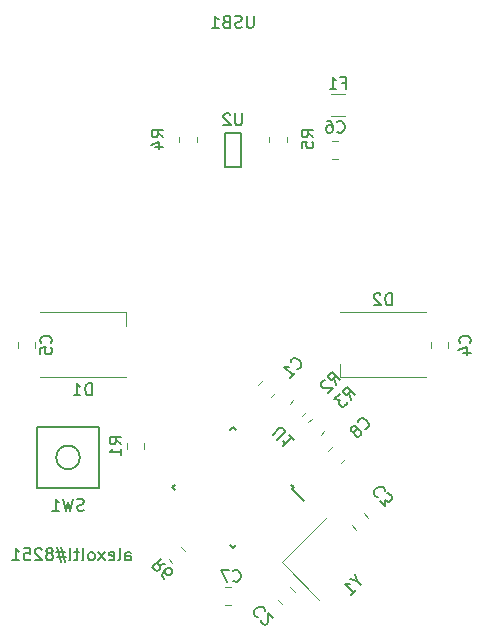
<source format=gbr>
%TF.GenerationSoftware,KiCad,Pcbnew,(6.0.7)*%
%TF.CreationDate,2022-09-12T20:58:16+12:00*%
%TF.ProjectId,ledusbc2key,6c656475-7362-4633-926b-65792e6b6963,rev?*%
%TF.SameCoordinates,Original*%
%TF.FileFunction,Legend,Bot*%
%TF.FilePolarity,Positive*%
%FSLAX46Y46*%
G04 Gerber Fmt 4.6, Leading zero omitted, Abs format (unit mm)*
G04 Created by KiCad (PCBNEW (6.0.7)) date 2022-09-12 20:58:16*
%MOMM*%
%LPD*%
G01*
G04 APERTURE LIST*
%ADD10C,0.150000*%
%ADD11C,0.120000*%
G04 APERTURE END LIST*
D10*
X118530119Y-105862380D02*
X118530119Y-105338571D01*
X118577738Y-105243333D01*
X118672976Y-105195714D01*
X118863452Y-105195714D01*
X118958690Y-105243333D01*
X118530119Y-105814761D02*
X118625357Y-105862380D01*
X118863452Y-105862380D01*
X118958690Y-105814761D01*
X119006309Y-105719523D01*
X119006309Y-105624285D01*
X118958690Y-105529047D01*
X118863452Y-105481428D01*
X118625357Y-105481428D01*
X118530119Y-105433809D01*
X117911071Y-105862380D02*
X118006309Y-105814761D01*
X118053928Y-105719523D01*
X118053928Y-104862380D01*
X117149166Y-105814761D02*
X117244404Y-105862380D01*
X117434880Y-105862380D01*
X117530119Y-105814761D01*
X117577738Y-105719523D01*
X117577738Y-105338571D01*
X117530119Y-105243333D01*
X117434880Y-105195714D01*
X117244404Y-105195714D01*
X117149166Y-105243333D01*
X117101547Y-105338571D01*
X117101547Y-105433809D01*
X117577738Y-105529047D01*
X116768214Y-105862380D02*
X116244404Y-105195714D01*
X116768214Y-105195714D02*
X116244404Y-105862380D01*
X115720595Y-105862380D02*
X115815833Y-105814761D01*
X115863452Y-105767142D01*
X115911071Y-105671904D01*
X115911071Y-105386190D01*
X115863452Y-105290952D01*
X115815833Y-105243333D01*
X115720595Y-105195714D01*
X115577738Y-105195714D01*
X115482500Y-105243333D01*
X115434880Y-105290952D01*
X115387261Y-105386190D01*
X115387261Y-105671904D01*
X115434880Y-105767142D01*
X115482500Y-105814761D01*
X115577738Y-105862380D01*
X115720595Y-105862380D01*
X114815833Y-105862380D02*
X114911071Y-105814761D01*
X114958690Y-105719523D01*
X114958690Y-104862380D01*
X114577738Y-105195714D02*
X114196785Y-105195714D01*
X114434880Y-104862380D02*
X114434880Y-105719523D01*
X114387261Y-105814761D01*
X114292023Y-105862380D01*
X114196785Y-105862380D01*
X113720595Y-105862380D02*
X113815833Y-105814761D01*
X113863452Y-105719523D01*
X113863452Y-104862380D01*
X113387261Y-105195714D02*
X112672976Y-105195714D01*
X113101547Y-104767142D02*
X113387261Y-106052857D01*
X112768214Y-105624285D02*
X113482500Y-105624285D01*
X113053928Y-106052857D02*
X112768214Y-104767142D01*
X112196785Y-105290952D02*
X112292023Y-105243333D01*
X112339642Y-105195714D01*
X112387261Y-105100476D01*
X112387261Y-105052857D01*
X112339642Y-104957619D01*
X112292023Y-104910000D01*
X112196785Y-104862380D01*
X112006309Y-104862380D01*
X111911071Y-104910000D01*
X111863452Y-104957619D01*
X111815833Y-105052857D01*
X111815833Y-105100476D01*
X111863452Y-105195714D01*
X111911071Y-105243333D01*
X112006309Y-105290952D01*
X112196785Y-105290952D01*
X112292023Y-105338571D01*
X112339642Y-105386190D01*
X112387261Y-105481428D01*
X112387261Y-105671904D01*
X112339642Y-105767142D01*
X112292023Y-105814761D01*
X112196785Y-105862380D01*
X112006309Y-105862380D01*
X111911071Y-105814761D01*
X111863452Y-105767142D01*
X111815833Y-105671904D01*
X111815833Y-105481428D01*
X111863452Y-105386190D01*
X111911071Y-105338571D01*
X112006309Y-105290952D01*
X111434880Y-104957619D02*
X111387261Y-104910000D01*
X111292023Y-104862380D01*
X111053928Y-104862380D01*
X110958690Y-104910000D01*
X110911071Y-104957619D01*
X110863452Y-105052857D01*
X110863452Y-105148095D01*
X110911071Y-105290952D01*
X111482500Y-105862380D01*
X110863452Y-105862380D01*
X109958690Y-104862380D02*
X110434880Y-104862380D01*
X110482500Y-105338571D01*
X110434880Y-105290952D01*
X110339642Y-105243333D01*
X110101547Y-105243333D01*
X110006309Y-105290952D01*
X109958690Y-105338571D01*
X109911071Y-105433809D01*
X109911071Y-105671904D01*
X109958690Y-105767142D01*
X110006309Y-105814761D01*
X110101547Y-105862380D01*
X110339642Y-105862380D01*
X110434880Y-105814761D01*
X110482500Y-105767142D01*
X108958690Y-105862380D02*
X109530119Y-105862380D01*
X109244404Y-105862380D02*
X109244404Y-104862380D01*
X109339642Y-105005238D01*
X109434880Y-105100476D01*
X109530119Y-105148095D01*
%TO.C,D1*%
X115673095Y-91892380D02*
X115673095Y-90892380D01*
X115435000Y-90892380D01*
X115292142Y-90940000D01*
X115196904Y-91035238D01*
X115149285Y-91130476D01*
X115101666Y-91320952D01*
X115101666Y-91463809D01*
X115149285Y-91654285D01*
X115196904Y-91749523D01*
X115292142Y-91844761D01*
X115435000Y-91892380D01*
X115673095Y-91892380D01*
X114149285Y-91892380D02*
X114720714Y-91892380D01*
X114435000Y-91892380D02*
X114435000Y-90892380D01*
X114530238Y-91035238D01*
X114625476Y-91130476D01*
X114720714Y-91178095D01*
%TO.C,F1*%
X136858333Y-65418571D02*
X137191666Y-65418571D01*
X137191666Y-65942380D02*
X137191666Y-64942380D01*
X136715476Y-64942380D01*
X135810714Y-65942380D02*
X136382142Y-65942380D01*
X136096428Y-65942380D02*
X136096428Y-64942380D01*
X136191666Y-65085238D01*
X136286904Y-65180476D01*
X136382142Y-65228095D01*
%TO.C,R4*%
X121737380Y-70048333D02*
X121261190Y-69715000D01*
X121737380Y-69476904D02*
X120737380Y-69476904D01*
X120737380Y-69857857D01*
X120785000Y-69953095D01*
X120832619Y-70000714D01*
X120927857Y-70048333D01*
X121070714Y-70048333D01*
X121165952Y-70000714D01*
X121213571Y-69953095D01*
X121261190Y-69857857D01*
X121261190Y-69476904D01*
X121070714Y-70905476D02*
X121737380Y-70905476D01*
X120689761Y-70667380D02*
X121404047Y-70429285D01*
X121404047Y-71048333D01*
%TO.C,R3*%
X137597732Y-92277030D02*
X137496717Y-91704610D01*
X138001793Y-91872969D02*
X137294687Y-91165862D01*
X137025312Y-91435236D01*
X136991641Y-91536251D01*
X136991641Y-91603595D01*
X137025312Y-91704610D01*
X137126328Y-91805625D01*
X137227343Y-91839297D01*
X137294687Y-91839297D01*
X137395702Y-91805625D01*
X137665076Y-91536251D01*
X136654923Y-91805625D02*
X136217190Y-92243358D01*
X136722267Y-92277030D01*
X136621251Y-92378045D01*
X136587580Y-92479061D01*
X136587580Y-92546404D01*
X136621251Y-92647419D01*
X136789610Y-92815778D01*
X136890625Y-92849450D01*
X136957969Y-92849450D01*
X137058984Y-92815778D01*
X137261015Y-92613748D01*
X137294687Y-92512732D01*
X137294687Y-92445389D01*
%TO.C,R5*%
X134437380Y-70048333D02*
X133961190Y-69715000D01*
X134437380Y-69476904D02*
X133437380Y-69476904D01*
X133437380Y-69857857D01*
X133485000Y-69953095D01*
X133532619Y-70000714D01*
X133627857Y-70048333D01*
X133770714Y-70048333D01*
X133865952Y-70000714D01*
X133913571Y-69953095D01*
X133961190Y-69857857D01*
X133961190Y-69476904D01*
X133437380Y-70953095D02*
X133437380Y-70476904D01*
X133913571Y-70429285D01*
X133865952Y-70476904D01*
X133818333Y-70572142D01*
X133818333Y-70810238D01*
X133865952Y-70905476D01*
X133913571Y-70953095D01*
X134008809Y-71000714D01*
X134246904Y-71000714D01*
X134342142Y-70953095D01*
X134389761Y-70905476D01*
X134437380Y-70810238D01*
X134437380Y-70572142D01*
X134389761Y-70476904D01*
X134342142Y-70429285D01*
%TO.C,R6*%
X121907804Y-106138993D02*
X121335384Y-106240008D01*
X121503743Y-105734932D02*
X120796636Y-106442038D01*
X121066010Y-106711413D01*
X121167025Y-106745084D01*
X121234369Y-106745084D01*
X121335384Y-106711413D01*
X121436399Y-106610397D01*
X121470071Y-106509382D01*
X121470071Y-106442038D01*
X121436399Y-106341023D01*
X121167025Y-106071649D01*
X121806789Y-107452191D02*
X121672102Y-107317504D01*
X121638430Y-107216489D01*
X121638430Y-107149145D01*
X121672102Y-106980787D01*
X121773117Y-106812428D01*
X122042491Y-106543054D01*
X122143506Y-106509382D01*
X122210850Y-106509382D01*
X122311865Y-106543054D01*
X122446552Y-106677741D01*
X122480224Y-106778756D01*
X122480224Y-106846100D01*
X122446552Y-106947115D01*
X122278193Y-107115474D01*
X122177178Y-107149145D01*
X122109835Y-107149145D01*
X122008819Y-107115474D01*
X121874132Y-106980787D01*
X121840461Y-106879771D01*
X121840461Y-106812428D01*
X121874132Y-106711413D01*
%TO.C,C4*%
X147677142Y-87463333D02*
X147724761Y-87415714D01*
X147772380Y-87272857D01*
X147772380Y-87177619D01*
X147724761Y-87034761D01*
X147629523Y-86939523D01*
X147534285Y-86891904D01*
X147343809Y-86844285D01*
X147200952Y-86844285D01*
X147010476Y-86891904D01*
X146915238Y-86939523D01*
X146820000Y-87034761D01*
X146772380Y-87177619D01*
X146772380Y-87272857D01*
X146820000Y-87415714D01*
X146867619Y-87463333D01*
X147105714Y-88320476D02*
X147772380Y-88320476D01*
X146724761Y-88082380D02*
X147439047Y-87844285D01*
X147439047Y-88463333D01*
%TO.C,C3*%
X140469687Y-99959610D02*
X140469687Y-99892267D01*
X140402343Y-99757580D01*
X140335000Y-99690236D01*
X140200312Y-99622893D01*
X140065625Y-99622893D01*
X139964610Y-99656564D01*
X139796251Y-99757580D01*
X139695236Y-99858595D01*
X139594221Y-100026954D01*
X139560549Y-100127969D01*
X139560549Y-100262656D01*
X139627893Y-100397343D01*
X139695236Y-100464687D01*
X139829923Y-100532030D01*
X139897267Y-100532030D01*
X140065625Y-100835076D02*
X140503358Y-101272809D01*
X140537030Y-100767732D01*
X140638045Y-100868748D01*
X140739061Y-100902419D01*
X140806404Y-100902419D01*
X140907419Y-100868748D01*
X141075778Y-100700389D01*
X141109450Y-100599374D01*
X141109450Y-100532030D01*
X141075778Y-100431015D01*
X140873748Y-100228984D01*
X140772732Y-100195312D01*
X140705389Y-100195312D01*
%TO.C,U2*%
X128396904Y-68032380D02*
X128396904Y-68841904D01*
X128349285Y-68937142D01*
X128301666Y-68984761D01*
X128206428Y-69032380D01*
X128015952Y-69032380D01*
X127920714Y-68984761D01*
X127873095Y-68937142D01*
X127825476Y-68841904D01*
X127825476Y-68032380D01*
X127396904Y-68127619D02*
X127349285Y-68080000D01*
X127254047Y-68032380D01*
X127015952Y-68032380D01*
X126920714Y-68080000D01*
X126873095Y-68127619D01*
X126825476Y-68222857D01*
X126825476Y-68318095D01*
X126873095Y-68460952D01*
X127444523Y-69032380D01*
X126825476Y-69032380D01*
%TO.C,C8*%
X138800389Y-94749687D02*
X138867732Y-94749687D01*
X139002419Y-94682343D01*
X139069763Y-94615000D01*
X139137106Y-94480312D01*
X139137106Y-94345625D01*
X139103435Y-94244610D01*
X139002419Y-94076251D01*
X138901404Y-93975236D01*
X138733045Y-93874221D01*
X138632030Y-93840549D01*
X138497343Y-93840549D01*
X138362656Y-93907893D01*
X138295312Y-93975236D01*
X138227969Y-94109923D01*
X138227969Y-94177267D01*
X138059610Y-94817030D02*
X138093282Y-94716015D01*
X138093282Y-94648671D01*
X138059610Y-94547656D01*
X138025938Y-94513984D01*
X137924923Y-94480312D01*
X137857580Y-94480312D01*
X137756564Y-94513984D01*
X137621877Y-94648671D01*
X137588206Y-94749687D01*
X137588206Y-94817030D01*
X137621877Y-94918045D01*
X137655549Y-94951717D01*
X137756564Y-94985389D01*
X137823908Y-94985389D01*
X137924923Y-94951717D01*
X138059610Y-94817030D01*
X138160625Y-94783358D01*
X138227969Y-94783358D01*
X138328984Y-94817030D01*
X138463671Y-94951717D01*
X138497343Y-95052732D01*
X138497343Y-95120076D01*
X138463671Y-95221091D01*
X138328984Y-95355778D01*
X138227969Y-95389450D01*
X138160625Y-95389450D01*
X138059610Y-95355778D01*
X137924923Y-95221091D01*
X137891251Y-95120076D01*
X137891251Y-95052732D01*
X137924923Y-94951717D01*
%TO.C,SW1*%
X114998333Y-101623761D02*
X114855476Y-101671380D01*
X114617380Y-101671380D01*
X114522142Y-101623761D01*
X114474523Y-101576142D01*
X114426904Y-101480904D01*
X114426904Y-101385666D01*
X114474523Y-101290428D01*
X114522142Y-101242809D01*
X114617380Y-101195190D01*
X114807857Y-101147571D01*
X114903095Y-101099952D01*
X114950714Y-101052333D01*
X114998333Y-100957095D01*
X114998333Y-100861857D01*
X114950714Y-100766619D01*
X114903095Y-100719000D01*
X114807857Y-100671380D01*
X114569761Y-100671380D01*
X114426904Y-100719000D01*
X114093571Y-100671380D02*
X113855476Y-101671380D01*
X113665000Y-100957095D01*
X113474523Y-101671380D01*
X113236428Y-100671380D01*
X112331666Y-101671380D02*
X112903095Y-101671380D01*
X112617380Y-101671380D02*
X112617380Y-100671380D01*
X112712619Y-100814238D01*
X112807857Y-100909476D01*
X112903095Y-100957095D01*
%TO.C,U1*%
X130987022Y-95265481D02*
X131559442Y-94693061D01*
X131660457Y-94659389D01*
X131727801Y-94659389D01*
X131828816Y-94693061D01*
X131963503Y-94827748D01*
X131997175Y-94928763D01*
X131997175Y-94996107D01*
X131963503Y-95097122D01*
X131391083Y-95669542D01*
X132805297Y-95669542D02*
X132401236Y-95265481D01*
X132603266Y-95467511D02*
X131896160Y-96174618D01*
X131929831Y-96006259D01*
X131929831Y-95871572D01*
X131896160Y-95770557D01*
%TO.C,C2*%
X130309687Y-110119610D02*
X130309687Y-110052267D01*
X130242343Y-109917580D01*
X130175000Y-109850236D01*
X130040312Y-109782893D01*
X129905625Y-109782893D01*
X129804610Y-109816564D01*
X129636251Y-109917580D01*
X129535236Y-110018595D01*
X129434221Y-110186954D01*
X129400549Y-110287969D01*
X129400549Y-110422656D01*
X129467893Y-110557343D01*
X129535236Y-110624687D01*
X129669923Y-110692030D01*
X129737267Y-110692030D01*
X130006641Y-110961404D02*
X130006641Y-111028748D01*
X130040312Y-111129763D01*
X130208671Y-111298122D01*
X130309687Y-111331793D01*
X130377030Y-111331793D01*
X130478045Y-111298122D01*
X130545389Y-111230778D01*
X130612732Y-111096091D01*
X130612732Y-110287969D01*
X131050465Y-110725702D01*
%TO.C,R1*%
X118182380Y-96035833D02*
X117706190Y-95702500D01*
X118182380Y-95464404D02*
X117182380Y-95464404D01*
X117182380Y-95845357D01*
X117230000Y-95940595D01*
X117277619Y-95988214D01*
X117372857Y-96035833D01*
X117515714Y-96035833D01*
X117610952Y-95988214D01*
X117658571Y-95940595D01*
X117706190Y-95845357D01*
X117706190Y-95464404D01*
X118182380Y-96988214D02*
X118182380Y-96416785D01*
X118182380Y-96702500D02*
X117182380Y-96702500D01*
X117325238Y-96607261D01*
X117420476Y-96512023D01*
X117468095Y-96416785D01*
%TO.C,C1*%
X133085389Y-89669687D02*
X133152732Y-89669687D01*
X133287419Y-89602343D01*
X133354763Y-89535000D01*
X133422106Y-89400312D01*
X133422106Y-89265625D01*
X133388435Y-89164610D01*
X133287419Y-88996251D01*
X133186404Y-88895236D01*
X133018045Y-88794221D01*
X132917030Y-88760549D01*
X132782343Y-88760549D01*
X132647656Y-88827893D01*
X132580312Y-88895236D01*
X132512969Y-89029923D01*
X132512969Y-89097267D01*
X132479297Y-90410465D02*
X132883358Y-90006404D01*
X132681328Y-90208435D02*
X131974221Y-89501328D01*
X132142580Y-89535000D01*
X132277267Y-89535000D01*
X132378282Y-89501328D01*
%TO.C,Y1*%
X138114881Y-107596446D02*
X138451599Y-107933164D01*
X137980194Y-106990355D02*
X138114881Y-107596446D01*
X137508790Y-107461759D01*
X137609805Y-108774957D02*
X138013866Y-108370896D01*
X137811835Y-108572927D02*
X137104729Y-107865820D01*
X137273087Y-107899492D01*
X137407774Y-107899492D01*
X137508790Y-107865820D01*
%TO.C,USB1*%
X129373095Y-59777380D02*
X129373095Y-60586904D01*
X129325476Y-60682142D01*
X129277857Y-60729761D01*
X129182619Y-60777380D01*
X128992142Y-60777380D01*
X128896904Y-60729761D01*
X128849285Y-60682142D01*
X128801666Y-60586904D01*
X128801666Y-59777380D01*
X128373095Y-60729761D02*
X128230238Y-60777380D01*
X127992142Y-60777380D01*
X127896904Y-60729761D01*
X127849285Y-60682142D01*
X127801666Y-60586904D01*
X127801666Y-60491666D01*
X127849285Y-60396428D01*
X127896904Y-60348809D01*
X127992142Y-60301190D01*
X128182619Y-60253571D01*
X128277857Y-60205952D01*
X128325476Y-60158333D01*
X128373095Y-60063095D01*
X128373095Y-59967857D01*
X128325476Y-59872619D01*
X128277857Y-59825000D01*
X128182619Y-59777380D01*
X127944523Y-59777380D01*
X127801666Y-59825000D01*
X127039761Y-60253571D02*
X126896904Y-60301190D01*
X126849285Y-60348809D01*
X126801666Y-60444047D01*
X126801666Y-60586904D01*
X126849285Y-60682142D01*
X126896904Y-60729761D01*
X126992142Y-60777380D01*
X127373095Y-60777380D01*
X127373095Y-59777380D01*
X127039761Y-59777380D01*
X126944523Y-59825000D01*
X126896904Y-59872619D01*
X126849285Y-59967857D01*
X126849285Y-60063095D01*
X126896904Y-60158333D01*
X126944523Y-60205952D01*
X127039761Y-60253571D01*
X127373095Y-60253571D01*
X125849285Y-60777380D02*
X126420714Y-60777380D01*
X126135000Y-60777380D02*
X126135000Y-59777380D01*
X126230238Y-59920238D01*
X126325476Y-60015476D01*
X126420714Y-60063095D01*
%TO.C,C6*%
X136459166Y-69572142D02*
X136506785Y-69619761D01*
X136649642Y-69667380D01*
X136744880Y-69667380D01*
X136887738Y-69619761D01*
X136982976Y-69524523D01*
X137030595Y-69429285D01*
X137078214Y-69238809D01*
X137078214Y-69095952D01*
X137030595Y-68905476D01*
X136982976Y-68810238D01*
X136887738Y-68715000D01*
X136744880Y-68667380D01*
X136649642Y-68667380D01*
X136506785Y-68715000D01*
X136459166Y-68762619D01*
X135602023Y-68667380D02*
X135792500Y-68667380D01*
X135887738Y-68715000D01*
X135935357Y-68762619D01*
X136030595Y-68905476D01*
X136078214Y-69095952D01*
X136078214Y-69476904D01*
X136030595Y-69572142D01*
X135982976Y-69619761D01*
X135887738Y-69667380D01*
X135697261Y-69667380D01*
X135602023Y-69619761D01*
X135554404Y-69572142D01*
X135506785Y-69476904D01*
X135506785Y-69238809D01*
X135554404Y-69143571D01*
X135602023Y-69095952D01*
X135697261Y-69048333D01*
X135887738Y-69048333D01*
X135982976Y-69095952D01*
X136030595Y-69143571D01*
X136078214Y-69238809D01*
%TO.C,R2*%
X136327732Y-91007030D02*
X136226717Y-90434610D01*
X136731793Y-90602969D02*
X136024687Y-89895862D01*
X135755312Y-90165236D01*
X135721641Y-90266251D01*
X135721641Y-90333595D01*
X135755312Y-90434610D01*
X135856328Y-90535625D01*
X135957343Y-90569297D01*
X136024687Y-90569297D01*
X136125702Y-90535625D01*
X136395076Y-90266251D01*
X135418595Y-90636641D02*
X135351251Y-90636641D01*
X135250236Y-90670312D01*
X135081877Y-90838671D01*
X135048206Y-90939687D01*
X135048206Y-91007030D01*
X135081877Y-91108045D01*
X135149221Y-91175389D01*
X135283908Y-91242732D01*
X136092030Y-91242732D01*
X135654297Y-91680465D01*
%TO.C,C7*%
X127660418Y-107579642D02*
X127708037Y-107627261D01*
X127850894Y-107674880D01*
X127946132Y-107674880D01*
X128088990Y-107627261D01*
X128184228Y-107532023D01*
X128231847Y-107436785D01*
X128279466Y-107246309D01*
X128279466Y-107103452D01*
X128231847Y-106912976D01*
X128184228Y-106817738D01*
X128088990Y-106722500D01*
X127946132Y-106674880D01*
X127850894Y-106674880D01*
X127708037Y-106722500D01*
X127660418Y-106770119D01*
X127327085Y-106674880D02*
X126660418Y-106674880D01*
X127088990Y-107674880D01*
%TO.C,C5*%
X112209642Y-87463333D02*
X112257261Y-87415714D01*
X112304880Y-87272857D01*
X112304880Y-87177619D01*
X112257261Y-87034761D01*
X112162023Y-86939523D01*
X112066785Y-86891904D01*
X111876309Y-86844285D01*
X111733452Y-86844285D01*
X111542976Y-86891904D01*
X111447738Y-86939523D01*
X111352500Y-87034761D01*
X111304880Y-87177619D01*
X111304880Y-87272857D01*
X111352500Y-87415714D01*
X111400119Y-87463333D01*
X111304880Y-88368095D02*
X111304880Y-87891904D01*
X111781071Y-87844285D01*
X111733452Y-87891904D01*
X111685833Y-87987142D01*
X111685833Y-88225238D01*
X111733452Y-88320476D01*
X111781071Y-88368095D01*
X111876309Y-88415714D01*
X112114404Y-88415714D01*
X112209642Y-88368095D01*
X112257261Y-88320476D01*
X112304880Y-88225238D01*
X112304880Y-87987142D01*
X112257261Y-87891904D01*
X112209642Y-87844285D01*
%TO.C,D2*%
X141073095Y-84272380D02*
X141073095Y-83272380D01*
X140835000Y-83272380D01*
X140692142Y-83320000D01*
X140596904Y-83415238D01*
X140549285Y-83510476D01*
X140501666Y-83700952D01*
X140501666Y-83843809D01*
X140549285Y-84034285D01*
X140596904Y-84129523D01*
X140692142Y-84224761D01*
X140835000Y-84272380D01*
X141073095Y-84272380D01*
X140120714Y-83367619D02*
X140073095Y-83320000D01*
X139977857Y-83272380D01*
X139739761Y-83272380D01*
X139644523Y-83320000D01*
X139596904Y-83367619D01*
X139549285Y-83462857D01*
X139549285Y-83558095D01*
X139596904Y-83700952D01*
X140168333Y-84272380D01*
X139549285Y-84272380D01*
D11*
%TO.C,D1*%
X111285000Y-90380000D02*
X118585000Y-90380000D01*
X118585000Y-84880000D02*
X118585000Y-86030000D01*
X111285000Y-84880000D02*
X118585000Y-84880000D01*
%TO.C,F1*%
X137127064Y-66400000D02*
X135922936Y-66400000D01*
X137127064Y-68220000D02*
X135922936Y-68220000D01*
%TO.C,R4*%
X124560000Y-70442064D02*
X124560000Y-69987936D01*
X123090000Y-70442064D02*
X123090000Y-69987936D01*
%TO.C,R3*%
X135051272Y-95223175D02*
X135372389Y-94902058D01*
X134011825Y-94183728D02*
X134332942Y-93862611D01*
%TO.C,R5*%
X130710000Y-70442064D02*
X130710000Y-69987936D01*
X132180000Y-70442064D02*
X132180000Y-69987936D01*
%TO.C,R6*%
X123231665Y-104729718D02*
X123552782Y-105050835D01*
X122192218Y-105769165D02*
X122513335Y-106090282D01*
%TO.C,C4*%
X145832500Y-87368748D02*
X145832500Y-87891252D01*
X144362500Y-87368748D02*
X144362500Y-87891252D01*
%TO.C,C3*%
X138733080Y-101879953D02*
X139102547Y-102249420D01*
X137693633Y-102919400D02*
X138063100Y-103288867D01*
D10*
%TO.C,U2*%
X126985000Y-72570000D02*
X126985000Y-69670000D01*
X128285000Y-72570000D02*
X128285000Y-69670000D01*
X126985000Y-69670000D02*
X128285000Y-69670000D01*
X128285000Y-72570000D02*
X126985000Y-72570000D01*
D11*
%TO.C,C8*%
X135721920Y-96601133D02*
X136091387Y-96231666D01*
X136761367Y-97640580D02*
X137130834Y-97271113D01*
D10*
%TO.C,SW1*%
X111065000Y-94555000D02*
X111065000Y-99755000D01*
X116265000Y-94555000D02*
X111065000Y-94555000D01*
X111065000Y-99755000D02*
X116265000Y-99755000D01*
X116265000Y-99755000D02*
X116265000Y-94555000D01*
X114665000Y-97155000D02*
G75*
G03*
X114665000Y-97155000I-1000000J0D01*
G01*
%TO.C,U1*%
X132602425Y-99854099D02*
X133610052Y-100861726D01*
X127635000Y-104821524D02*
X127864810Y-104591714D01*
X132761524Y-99695000D02*
X132602425Y-99854099D01*
X127635000Y-94568476D02*
X127405190Y-94798286D01*
X127635000Y-104821524D02*
X127405190Y-104591714D01*
X122508476Y-99695000D02*
X122738286Y-99924810D01*
X127635000Y-94568476D02*
X127864810Y-94798286D01*
X132761524Y-99695000D02*
X132531714Y-99465190D01*
X122508476Y-99695000D02*
X122738286Y-99465190D01*
D11*
%TO.C,C2*%
X132850979Y-108535600D02*
X132481512Y-108166133D01*
X131811532Y-109575047D02*
X131442065Y-109205580D01*
%TO.C,R1*%
X120115000Y-95975436D02*
X120115000Y-96429564D01*
X118645000Y-95975436D02*
X118645000Y-96429564D01*
%TO.C,C1*%
X129788043Y-91006387D02*
X130157510Y-90636920D01*
X130827490Y-92045834D02*
X131196957Y-91676367D01*
%TO.C,Y1*%
X134936802Y-109227679D02*
X131754821Y-106045698D01*
X131754821Y-106045698D02*
X135573198Y-102227321D01*
%TO.C,C6*%
X136553752Y-71855000D02*
X136031248Y-71855000D01*
X136553752Y-70385000D02*
X136031248Y-70385000D01*
%TO.C,R2*%
X132745442Y-92275111D02*
X132424325Y-92596228D01*
X133784889Y-93314558D02*
X133463772Y-93635675D01*
%TO.C,C7*%
X127493752Y-109637500D02*
X126971248Y-109637500D01*
X127493752Y-108167500D02*
X126971248Y-108167500D01*
%TO.C,C5*%
X109437500Y-87891252D02*
X109437500Y-87368748D01*
X110907500Y-87891252D02*
X110907500Y-87368748D01*
%TO.C,D2*%
X143985000Y-84880000D02*
X136685000Y-84880000D01*
X143985000Y-90380000D02*
X136685000Y-90380000D01*
X136685000Y-90380000D02*
X136685000Y-89230000D01*
%TD*%
M02*

</source>
